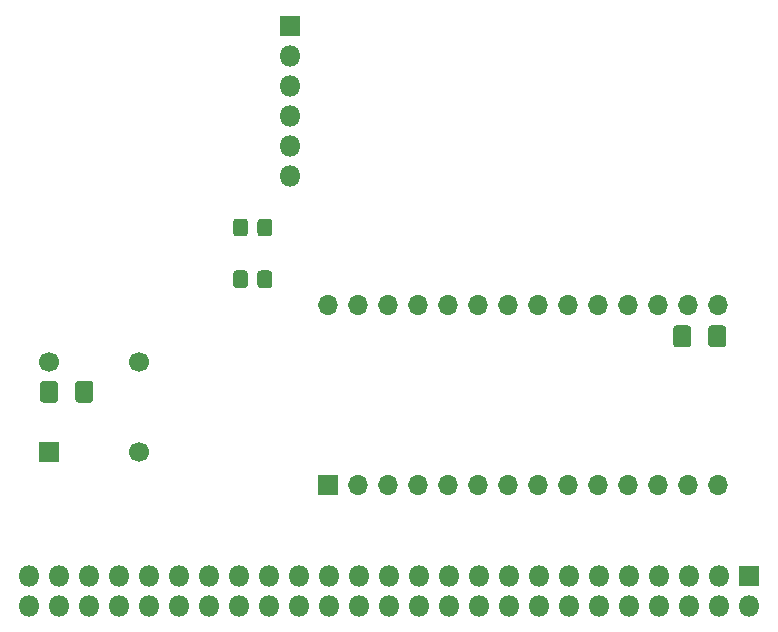
<source format=gbr>
%TF.GenerationSoftware,KiCad,Pcbnew,(5.1.6-0-10_14)*%
%TF.CreationDate,2021-01-13T00:48:19+01:00*%
%TF.ProjectId,serial_board,73657269-616c-45f6-926f-6172642e6b69,rev?*%
%TF.SameCoordinates,Original*%
%TF.FileFunction,Soldermask,Bot*%
%TF.FilePolarity,Negative*%
%FSLAX46Y46*%
G04 Gerber Fmt 4.6, Leading zero omitted, Abs format (unit mm)*
G04 Created by KiCad (PCBNEW (5.1.6-0-10_14)) date 2021-01-13 00:48:19*
%MOMM*%
%LPD*%
G01*
G04 APERTURE LIST*
%ADD10C,1.700000*%
%ADD11R,1.700000X1.700000*%
%ADD12O,1.700000X1.700000*%
%ADD13O,1.800000X1.800000*%
%ADD14R,1.800000X1.800000*%
G04 APERTURE END LIST*
%TO.C,R2*%
G36*
G01*
X35795000Y36609762D02*
X35795000Y35653238D01*
G75*
G02*
X35523262Y35381500I-271738J0D01*
G01*
X34816738Y35381500D01*
G75*
G02*
X34545000Y35653238I0J271738D01*
G01*
X34545000Y36609762D01*
G75*
G02*
X34816738Y36881500I271738J0D01*
G01*
X35523262Y36881500D01*
G75*
G02*
X35795000Y36609762I0J-271738D01*
G01*
G37*
G36*
G01*
X37845000Y36609762D02*
X37845000Y35653238D01*
G75*
G02*
X37573262Y35381500I-271738J0D01*
G01*
X36866738Y35381500D01*
G75*
G02*
X36595000Y35653238I0J271738D01*
G01*
X36595000Y36609762D01*
G75*
G02*
X36866738Y36881500I271738J0D01*
G01*
X37573262Y36881500D01*
G75*
G02*
X37845000Y36609762I0J-271738D01*
G01*
G37*
%TD*%
%TO.C,R1*%
G36*
G01*
X35795000Y32228262D02*
X35795000Y31271738D01*
G75*
G02*
X35523262Y31000000I-271738J0D01*
G01*
X34816738Y31000000D01*
G75*
G02*
X34545000Y31271738I0J271738D01*
G01*
X34545000Y32228262D01*
G75*
G02*
X34816738Y32500000I271738J0D01*
G01*
X35523262Y32500000D01*
G75*
G02*
X35795000Y32228262I0J-271738D01*
G01*
G37*
G36*
G01*
X37845000Y32228262D02*
X37845000Y31271738D01*
G75*
G02*
X37573262Y31000000I-271738J0D01*
G01*
X36866738Y31000000D01*
G75*
G02*
X36595000Y31271738I0J271738D01*
G01*
X36595000Y32228262D01*
G75*
G02*
X36866738Y32500000I271738J0D01*
G01*
X37573262Y32500000D01*
G75*
G02*
X37845000Y32228262I0J-271738D01*
G01*
G37*
%TD*%
D10*
%TO.C,X1*%
X26543000Y17145000D03*
X26543000Y24765000D03*
X18923000Y24765000D03*
D11*
X18923000Y17145000D03*
%TD*%
D12*
%TO.C,U1*%
X42545000Y29591000D03*
X75565000Y14351000D03*
X45085000Y29591000D03*
X73025000Y14351000D03*
X47625000Y29591000D03*
X70485000Y14351000D03*
X50165000Y29591000D03*
X67945000Y14351000D03*
X52705000Y29591000D03*
X65405000Y14351000D03*
X55245000Y29591000D03*
X62865000Y14351000D03*
X57785000Y29591000D03*
X60325000Y14351000D03*
X60325000Y29591000D03*
X57785000Y14351000D03*
X62865000Y29591000D03*
X55245000Y14351000D03*
X65405000Y29591000D03*
X52705000Y14351000D03*
X67945000Y29591000D03*
X50165000Y14351000D03*
X70485000Y29591000D03*
X47625000Y14351000D03*
X73025000Y29591000D03*
X45085000Y14351000D03*
X75565000Y29591000D03*
D11*
X42545000Y14351000D03*
%TD*%
D13*
%TO.C,J2*%
X39370000Y40513000D03*
X39370000Y43053000D03*
X39370000Y45593000D03*
X39370000Y48133000D03*
X39370000Y50673000D03*
D14*
X39370000Y53213000D03*
%TD*%
%TO.C,C2*%
G36*
G01*
X73316000Y27581456D02*
X73316000Y26266544D01*
G75*
G02*
X73048456Y25999000I-267544J0D01*
G01*
X72058544Y25999000D01*
G75*
G02*
X71791000Y26266544I0J267544D01*
G01*
X71791000Y27581456D01*
G75*
G02*
X72058544Y27849000I267544J0D01*
G01*
X73048456Y27849000D01*
G75*
G02*
X73316000Y27581456I0J-267544D01*
G01*
G37*
G36*
G01*
X76291000Y27581456D02*
X76291000Y26266544D01*
G75*
G02*
X76023456Y25999000I-267544J0D01*
G01*
X75033544Y25999000D01*
G75*
G02*
X74766000Y26266544I0J267544D01*
G01*
X74766000Y27581456D01*
G75*
G02*
X75033544Y27849000I267544J0D01*
G01*
X76023456Y27849000D01*
G75*
G02*
X76291000Y27581456I0J-267544D01*
G01*
G37*
%TD*%
%TO.C,C1*%
G36*
G01*
X21172000Y21567544D02*
X21172000Y22882456D01*
G75*
G02*
X21439544Y23150000I267544J0D01*
G01*
X22429456Y23150000D01*
G75*
G02*
X22697000Y22882456I0J-267544D01*
G01*
X22697000Y21567544D01*
G75*
G02*
X22429456Y21300000I-267544J0D01*
G01*
X21439544Y21300000D01*
G75*
G02*
X21172000Y21567544I0J267544D01*
G01*
G37*
G36*
G01*
X18197000Y21567544D02*
X18197000Y22882456D01*
G75*
G02*
X18464544Y23150000I267544J0D01*
G01*
X19454456Y23150000D01*
G75*
G02*
X19722000Y22882456I0J-267544D01*
G01*
X19722000Y21567544D01*
G75*
G02*
X19454456Y21300000I-267544J0D01*
G01*
X18464544Y21300000D01*
G75*
G02*
X18197000Y21567544I0J267544D01*
G01*
G37*
%TD*%
D13*
%TO.C,J1*%
X17272000Y4064000D03*
X17272000Y6604000D03*
X19812000Y4064000D03*
X19812000Y6604000D03*
X22352000Y4064000D03*
X22352000Y6604000D03*
X24892000Y4064000D03*
X24892000Y6604000D03*
X27432000Y4064000D03*
X27432000Y6604000D03*
X29972000Y4064000D03*
X29972000Y6604000D03*
X32512000Y4064000D03*
X32512000Y6604000D03*
X35052000Y4064000D03*
X35052000Y6604000D03*
X37592000Y4064000D03*
X37592000Y6604000D03*
X40132000Y4064000D03*
X40132000Y6604000D03*
X42672000Y4064000D03*
X42672000Y6604000D03*
X45212000Y4064000D03*
X45212000Y6604000D03*
X47752000Y4064000D03*
X47752000Y6604000D03*
X50292000Y4064000D03*
X50292000Y6604000D03*
X52832000Y4064000D03*
X52832000Y6604000D03*
X55372000Y4064000D03*
X55372000Y6604000D03*
X57912000Y4064000D03*
X57912000Y6604000D03*
X60452000Y4064000D03*
X60452000Y6604000D03*
X62992000Y4064000D03*
X62992000Y6604000D03*
X65532000Y4064000D03*
X65532000Y6604000D03*
X68072000Y4064000D03*
X68072000Y6604000D03*
X70612000Y4064000D03*
X70612000Y6604000D03*
X73152000Y4064000D03*
X73152000Y6604000D03*
X75692000Y4064000D03*
X75692000Y6604000D03*
X78232000Y4064000D03*
D14*
X78232000Y6604000D03*
%TD*%
M02*

</source>
